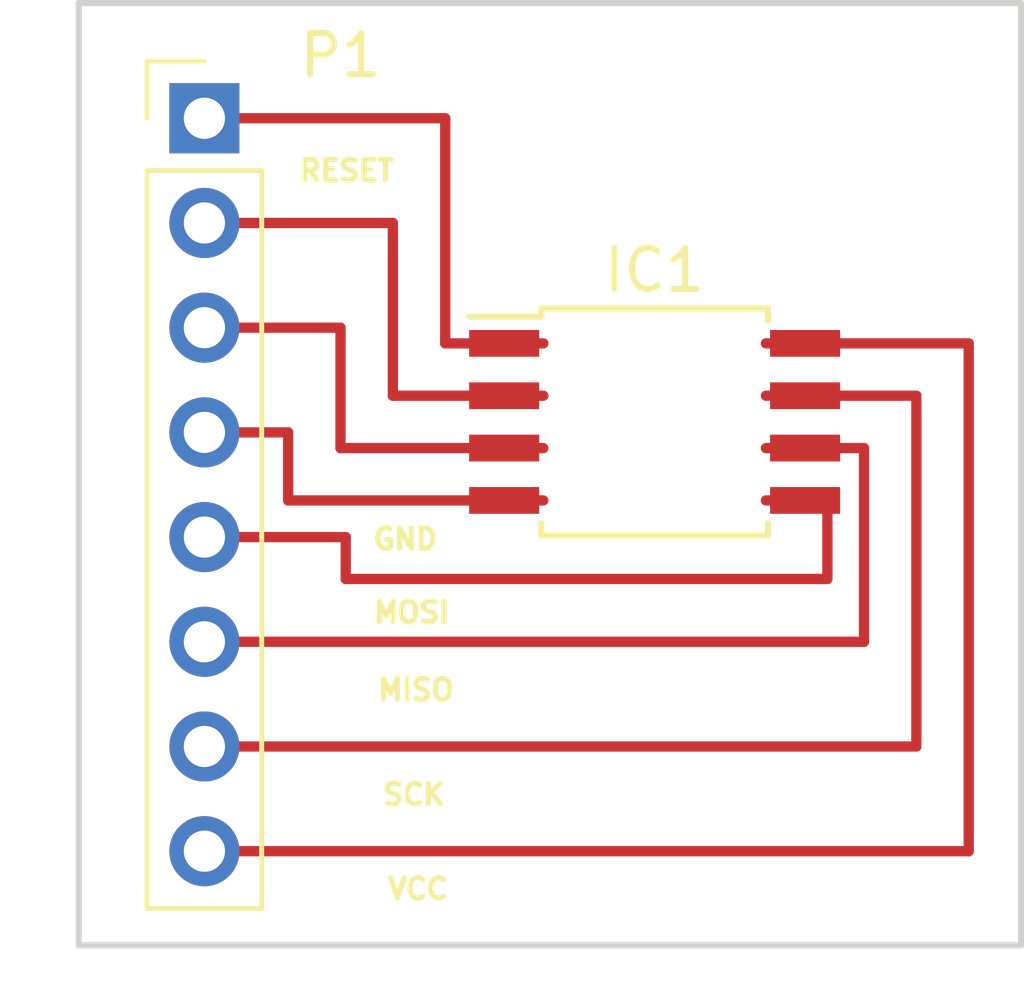
<source format=kicad_pcb>
(kicad_pcb (version 4) (host pcbnew 4.0.3-stable)

  (general
    (links 8)
    (no_connects 7)
    (area 153.594999 107.874999 176.605001 130.885001)
    (thickness 1.6)
    (drawings 11)
    (tracks 26)
    (zones 0)
    (modules 2)
    (nets 9)
  )

  (page A4)
  (title_block
    (title "Swan Lake Music Art")
    (date 2017-01-16)
    (rev 0.1)
    (company Aravinth.info)
    (comment 3 "with Piezoceramic Element and ATtiny85")
    (comment 4 "Play Swan Lake - Dance of Four Little Swan music as monophonic sound")
  )

  (layers
    (0 F.Cu signal)
    (31 B.Cu signal)
    (32 B.Adhes user)
    (33 F.Adhes user)
    (34 B.Paste user)
    (35 F.Paste user)
    (36 B.SilkS user)
    (37 F.SilkS user)
    (38 B.Mask user)
    (39 F.Mask user)
    (40 Dwgs.User user)
    (41 Cmts.User user)
    (42 Eco1.User user)
    (43 Eco2.User user)
    (44 Edge.Cuts user)
    (45 Margin user)
    (46 B.CrtYd user)
    (47 F.CrtYd user)
    (48 B.Fab user)
    (49 F.Fab user)
  )

  (setup
    (last_trace_width 0.25)
    (trace_clearance 0.2)
    (zone_clearance 0.508)
    (zone_45_only no)
    (trace_min 0.2)
    (segment_width 0.2)
    (edge_width 0.15)
    (via_size 0.6)
    (via_drill 0.4)
    (via_min_size 0.4)
    (via_min_drill 0.3)
    (uvia_size 0.3)
    (uvia_drill 0.1)
    (uvias_allowed no)
    (uvia_min_size 0.2)
    (uvia_min_drill 0.1)
    (pcb_text_width 0.3)
    (pcb_text_size 1.5 1.5)
    (mod_edge_width 0.15)
    (mod_text_size 1 1)
    (mod_text_width 0.15)
    (pad_size 1.524 1.524)
    (pad_drill 0.762)
    (pad_to_mask_clearance 0.2)
    (aux_axis_origin 0 0)
    (visible_elements FFFFFF7F)
    (pcbplotparams
      (layerselection 0x00030_80000001)
      (usegerberextensions false)
      (excludeedgelayer true)
      (linewidth 0.100000)
      (plotframeref false)
      (viasonmask false)
      (mode 1)
      (useauxorigin false)
      (hpglpennumber 1)
      (hpglpenspeed 20)
      (hpglpendiameter 15)
      (hpglpenoverlay 2)
      (psnegative false)
      (psa4output false)
      (plotreference true)
      (plotvalue true)
      (plotinvisibletext false)
      (padsonsilk false)
      (subtractmaskfromsilk false)
      (outputformat 1)
      (mirror false)
      (drillshape 1)
      (scaleselection 1)
      (outputdirectory ""))
  )

  (net 0 "")
  (net 1 "Net-(IC1-Pad1)")
  (net 2 "Net-(IC1-Pad2)")
  (net 3 "Net-(IC1-Pad3)")
  (net 4 "Net-(IC1-Pad4)")
  (net 5 "Net-(IC1-Pad5)")
  (net 6 "Net-(IC1-Pad6)")
  (net 7 "Net-(IC1-Pad7)")
  (net 8 "Net-(IC1-Pad8)")

  (net_class Default "This is the default net class."
    (clearance 0.2)
    (trace_width 0.25)
    (via_dia 0.6)
    (via_drill 0.4)
    (uvia_dia 0.3)
    (uvia_drill 0.1)
    (add_net "Net-(IC1-Pad1)")
    (add_net "Net-(IC1-Pad2)")
    (add_net "Net-(IC1-Pad3)")
    (add_net "Net-(IC1-Pad4)")
    (add_net "Net-(IC1-Pad5)")
    (add_net "Net-(IC1-Pad6)")
    (add_net "Net-(IC1-Pad7)")
    (add_net "Net-(IC1-Pad8)")
  )

  (module Pin_Headers:Pin_Header_Straight_1x08_Pitch2.54mm (layer F.Cu) (tedit 5862ED52) (tstamp 587BE8C9)
    (at 156.718 110.744)
    (descr "Through hole straight pin header, 1x08, 2.54mm pitch, single row")
    (tags "Through hole pin header THT 1x08 2.54mm single row")
    (path /587BDB74)
    (fp_text reference P1 (at 3.302 -1.524) (layer F.SilkS)
      (effects (font (size 1 1) (thickness 0.15)))
    )
    (fp_text value CONN_01X08 (at 0 20.17) (layer F.Fab)
      (effects (font (size 1 1) (thickness 0.15)))
    )
    (fp_line (start -1.27 -1.27) (end -1.27 19.05) (layer F.Fab) (width 0.1))
    (fp_line (start -1.27 19.05) (end 1.27 19.05) (layer F.Fab) (width 0.1))
    (fp_line (start 1.27 19.05) (end 1.27 -1.27) (layer F.Fab) (width 0.1))
    (fp_line (start 1.27 -1.27) (end -1.27 -1.27) (layer F.Fab) (width 0.1))
    (fp_line (start -1.39 1.27) (end -1.39 19.17) (layer F.SilkS) (width 0.12))
    (fp_line (start -1.39 19.17) (end 1.39 19.17) (layer F.SilkS) (width 0.12))
    (fp_line (start 1.39 19.17) (end 1.39 1.27) (layer F.SilkS) (width 0.12))
    (fp_line (start 1.39 1.27) (end -1.39 1.27) (layer F.SilkS) (width 0.12))
    (fp_line (start -1.39 0) (end -1.39 -1.39) (layer F.SilkS) (width 0.12))
    (fp_line (start -1.39 -1.39) (end 0 -1.39) (layer F.SilkS) (width 0.12))
    (fp_line (start -1.6 -1.6) (end -1.6 19.3) (layer F.CrtYd) (width 0.05))
    (fp_line (start -1.6 19.3) (end 1.6 19.3) (layer F.CrtYd) (width 0.05))
    (fp_line (start 1.6 19.3) (end 1.6 -1.6) (layer F.CrtYd) (width 0.05))
    (fp_line (start 1.6 -1.6) (end -1.6 -1.6) (layer F.CrtYd) (width 0.05))
    (pad 1 thru_hole rect (at 0 0) (size 1.7 1.7) (drill 1) (layers *.Cu *.Mask)
      (net 1 "Net-(IC1-Pad1)"))
    (pad 2 thru_hole oval (at 0 2.54) (size 1.7 1.7) (drill 1) (layers *.Cu *.Mask)
      (net 2 "Net-(IC1-Pad2)"))
    (pad 3 thru_hole oval (at 0 5.08) (size 1.7 1.7) (drill 1) (layers *.Cu *.Mask)
      (net 3 "Net-(IC1-Pad3)"))
    (pad 4 thru_hole oval (at 0 7.62) (size 1.7 1.7) (drill 1) (layers *.Cu *.Mask)
      (net 4 "Net-(IC1-Pad4)"))
    (pad 5 thru_hole oval (at 0 10.16) (size 1.7 1.7) (drill 1) (layers *.Cu *.Mask)
      (net 5 "Net-(IC1-Pad5)"))
    (pad 6 thru_hole oval (at 0 12.7) (size 1.7 1.7) (drill 1) (layers *.Cu *.Mask)
      (net 6 "Net-(IC1-Pad6)"))
    (pad 7 thru_hole oval (at 0 15.24) (size 1.7 1.7) (drill 1) (layers *.Cu *.Mask)
      (net 7 "Net-(IC1-Pad7)"))
    (pad 8 thru_hole oval (at 0 17.78) (size 1.7 1.7) (drill 1) (layers *.Cu *.Mask)
      (net 8 "Net-(IC1-Pad8)"))
    (model Pin_Headers.3dshapes/Pin_Header_Straight_1x08_Pitch2.54mm.wrl
      (at (xyz 0 -0.35 0))
      (scale (xyz 1 1 1))
      (rotate (xyz 0 0 90))
    )
  )

  (module Housings_SOIC:SOIJ-8_5.3x5.3mm_Pitch1.27mm (layer F.Cu) (tedit 54130A77) (tstamp 587D0CD7)
    (at 167.64 118.11)
    (descr "8-Lead Plastic Small Outline (SM) - Medium, 5.28 mm Body [SOIC] (see Microchip Packaging Specification 00000049BS.pdf)")
    (tags "SOIC 1.27")
    (path /587BDA6A)
    (attr smd)
    (fp_text reference IC1 (at 0 -3.68) (layer F.SilkS)
      (effects (font (size 1 1) (thickness 0.15)))
    )
    (fp_text value ATTINY85-S (at 0 3.68) (layer F.Fab)
      (effects (font (size 1 1) (thickness 0.15)))
    )
    (fp_line (start -1.65 -2.65) (end 2.65 -2.65) (layer F.Fab) (width 0.15))
    (fp_line (start 2.65 -2.65) (end 2.65 2.65) (layer F.Fab) (width 0.15))
    (fp_line (start 2.65 2.65) (end -2.65 2.65) (layer F.Fab) (width 0.15))
    (fp_line (start -2.65 2.65) (end -2.65 -1.65) (layer F.Fab) (width 0.15))
    (fp_line (start -2.65 -1.65) (end -1.65 -2.65) (layer F.Fab) (width 0.15))
    (fp_line (start -4.75 -2.95) (end -4.75 2.95) (layer F.CrtYd) (width 0.05))
    (fp_line (start 4.75 -2.95) (end 4.75 2.95) (layer F.CrtYd) (width 0.05))
    (fp_line (start -4.75 -2.95) (end 4.75 -2.95) (layer F.CrtYd) (width 0.05))
    (fp_line (start -4.75 2.95) (end 4.75 2.95) (layer F.CrtYd) (width 0.05))
    (fp_line (start -2.75 -2.755) (end -2.75 -2.55) (layer F.SilkS) (width 0.15))
    (fp_line (start 2.75 -2.755) (end 2.75 -2.455) (layer F.SilkS) (width 0.15))
    (fp_line (start 2.75 2.755) (end 2.75 2.455) (layer F.SilkS) (width 0.15))
    (fp_line (start -2.75 2.755) (end -2.75 2.455) (layer F.SilkS) (width 0.15))
    (fp_line (start -2.75 -2.755) (end 2.75 -2.755) (layer F.SilkS) (width 0.15))
    (fp_line (start -2.75 2.755) (end 2.75 2.755) (layer F.SilkS) (width 0.15))
    (fp_line (start -2.75 -2.55) (end -4.5 -2.55) (layer F.SilkS) (width 0.15))
    (pad 1 smd rect (at -3.65 -1.905) (size 1.7 0.65) (layers F.Cu F.Paste F.Mask)
      (net 1 "Net-(IC1-Pad1)"))
    (pad 2 smd rect (at -3.65 -0.635) (size 1.7 0.65) (layers F.Cu F.Paste F.Mask)
      (net 2 "Net-(IC1-Pad2)"))
    (pad 3 smd rect (at -3.65 0.635) (size 1.7 0.65) (layers F.Cu F.Paste F.Mask)
      (net 3 "Net-(IC1-Pad3)"))
    (pad 4 smd rect (at -3.65 1.905) (size 1.7 0.65) (layers F.Cu F.Paste F.Mask)
      (net 4 "Net-(IC1-Pad4)"))
    (pad 5 smd rect (at 3.65 1.905) (size 1.7 0.65) (layers F.Cu F.Paste F.Mask)
      (net 5 "Net-(IC1-Pad5)"))
    (pad 6 smd rect (at 3.65 0.635) (size 1.7 0.65) (layers F.Cu F.Paste F.Mask)
      (net 6 "Net-(IC1-Pad6)"))
    (pad 7 smd rect (at 3.65 -0.635) (size 1.7 0.65) (layers F.Cu F.Paste F.Mask)
      (net 7 "Net-(IC1-Pad7)"))
    (pad 8 smd rect (at 3.65 -1.905) (size 1.7 0.65) (layers F.Cu F.Paste F.Mask)
      (net 8 "Net-(IC1-Pad8)"))
    (model Housings_SOIC.3dshapes/SOIJ-8_5.3x5.3mm_Pitch1.27mm.wrl
      (at (xyz 0 0 0))
      (scale (xyz 1 1 1))
      (rotate (xyz 0 0 0))
    )
  )

  (gr_text RESET (at 160.1724 112.014) (layer F.SilkS) (tstamp 587D0405)
    (effects (font (size 0.5 0.5) (thickness 0.125)))
  )
  (gr_text SCK (at 161.798 127.1524) (layer F.SilkS) (tstamp 587D039F)
    (effects (font (size 0.5 0.5) (thickness 0.125)))
  )
  (gr_text MOSI (at 161.7472 122.7328) (layer F.SilkS) (tstamp 587D037C)
    (effects (font (size 0.5 0.5) (thickness 0.125)))
  )
  (gr_text MISO (at 161.8488 124.6124) (layer F.SilkS) (tstamp 587D0345)
    (effects (font (size 0.5 0.5) (thickness 0.125)))
  )
  (gr_text GND (at 161.5948 120.9548) (layer F.SilkS) (tstamp 587D02D6)
    (effects (font (size 0.5 0.5) (thickness 0.125)))
  )
  (gr_text VCC (at 161.8996 129.4384) (layer F.SilkS)
    (effects (font (size 0.5 0.5) (thickness 0.125)))
  )
  (gr_line (start 153.67 130.81) (end 153.67 107.95) (layer Edge.Cuts) (width 0.15))
  (gr_line (start 176.53 130.81) (end 153.67 130.81) (layer Edge.Cuts) (width 0.15))
  (gr_line (start 176.53 129.54) (end 176.53 130.81) (layer Edge.Cuts) (width 0.15))
  (gr_line (start 176.53 107.95) (end 176.53 129.54) (layer Edge.Cuts) (width 0.15))
  (gr_line (start 153.67 107.95) (end 176.53 107.95) (layer Edge.Cuts) (width 0.15))

  (segment (start 162.56 116.205) (end 164.94 116.205) (width 0.25) (layer F.Cu) (net 1))
  (segment (start 162.56 110.744) (end 162.56 116.205) (width 0.25) (layer F.Cu) (net 1))
  (segment (start 156.718 110.744) (end 162.56 110.744) (width 0.25) (layer F.Cu) (net 1))
  (segment (start 161.29 117.475) (end 164.94 117.475) (width 0.25) (layer F.Cu) (net 2))
  (segment (start 161.29 113.284) (end 161.29 117.475) (width 0.25) (layer F.Cu) (net 2))
  (segment (start 156.718 113.284) (end 161.29 113.284) (width 0.25) (layer F.Cu) (net 2))
  (segment (start 160.02 118.745) (end 164.94 118.745) (width 0.25) (layer F.Cu) (net 3))
  (segment (start 160.02 115.824) (end 160.02 118.745) (width 0.25) (layer F.Cu) (net 3))
  (segment (start 156.718 115.824) (end 160.02 115.824) (width 0.25) (layer F.Cu) (net 3))
  (segment (start 158.75 120.015) (end 164.94 120.015) (width 0.25) (layer F.Cu) (net 4))
  (segment (start 158.75 118.364) (end 158.75 120.015) (width 0.25) (layer F.Cu) (net 4))
  (segment (start 156.718 118.364) (end 158.75 118.364) (width 0.25) (layer F.Cu) (net 4))
  (segment (start 160.147 120.904) (end 156.718 120.904) (width 0.25) (layer F.Cu) (net 5))
  (segment (start 160.147 121.92) (end 160.147 120.904) (width 0.25) (layer F.Cu) (net 5))
  (segment (start 171.831 121.92) (end 160.147 121.92) (width 0.25) (layer F.Cu) (net 5))
  (segment (start 171.831 120.015) (end 171.831 121.92) (width 0.25) (layer F.Cu) (net 5))
  (segment (start 170.34 120.015) (end 171.831 120.015) (width 0.25) (layer F.Cu) (net 5))
  (segment (start 170.34 118.745) (end 172.72 118.745) (width 0.25) (layer F.Cu) (net 6))
  (segment (start 172.72 118.745) (end 172.72 123.444) (width 0.25) (layer F.Cu) (net 6))
  (segment (start 172.72 123.444) (end 156.718 123.444) (width 0.25) (layer F.Cu) (net 6))
  (segment (start 173.99 125.984) (end 156.718 125.984) (width 0.25) (layer F.Cu) (net 7))
  (segment (start 173.99 117.475) (end 173.99 125.984) (width 0.25) (layer F.Cu) (net 7))
  (segment (start 170.34 117.475) (end 173.99 117.475) (width 0.25) (layer F.Cu) (net 7))
  (segment (start 175.26 128.524) (end 156.718 128.524) (width 0.25) (layer F.Cu) (net 8))
  (segment (start 175.26 116.205) (end 175.26 128.524) (width 0.25) (layer F.Cu) (net 8))
  (segment (start 170.34 116.205) (end 175.26 116.205) (width 0.25) (layer F.Cu) (net 8))

)

</source>
